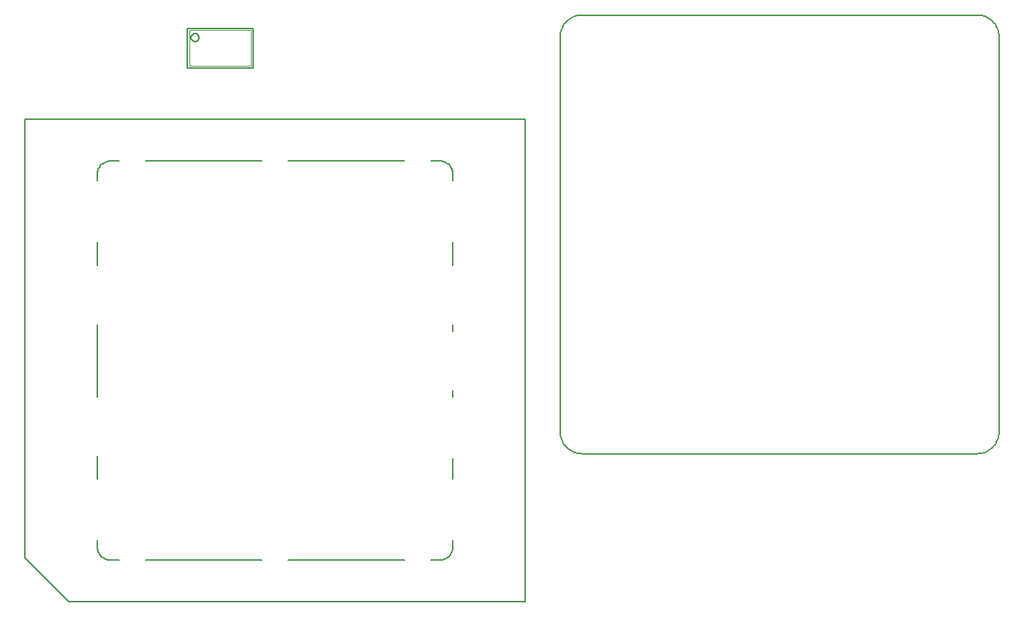
<source format=gbo>
G75*
G70*
%OFA0B0*%
%FSLAX24Y24*%
%IPPOS*%
%LPD*%
%AMOC8*
5,1,8,0,0,1.08239X$1,22.5*
%
%ADD10C,0.0050*%
%ADD11C,0.0060*%
%ADD12C,0.0020*%
D10*
X013201Y007101D02*
X015201Y005101D01*
X036001Y005101D01*
X036001Y027101D01*
X013201Y027101D01*
X013201Y007101D01*
X016501Y007601D02*
X016501Y007901D01*
X016501Y007601D02*
X016503Y007554D01*
X016508Y007507D01*
X016518Y007461D01*
X016530Y007416D01*
X016547Y007371D01*
X016566Y007329D01*
X016589Y007288D01*
X016616Y007248D01*
X016645Y007211D01*
X016677Y007177D01*
X016711Y007145D01*
X016748Y007116D01*
X016788Y007089D01*
X016829Y007066D01*
X016871Y007047D01*
X016916Y007030D01*
X016961Y007018D01*
X017007Y007008D01*
X017054Y007003D01*
X017101Y007001D01*
X017501Y007001D01*
X018701Y007001D02*
X024001Y007001D01*
X025201Y007001D02*
X030501Y007001D01*
X031701Y007001D02*
X032101Y007001D01*
X032148Y007003D01*
X032195Y007008D01*
X032241Y007018D01*
X032286Y007030D01*
X032331Y007047D01*
X032373Y007066D01*
X032414Y007089D01*
X032454Y007116D01*
X032491Y007145D01*
X032525Y007177D01*
X032557Y007211D01*
X032586Y007248D01*
X032613Y007288D01*
X032636Y007329D01*
X032655Y007371D01*
X032672Y007416D01*
X032684Y007461D01*
X032694Y007507D01*
X032699Y007554D01*
X032701Y007601D01*
X032701Y007901D01*
X032701Y010701D02*
X032701Y011651D01*
X032701Y014451D02*
X032701Y014751D01*
X032701Y017451D02*
X032701Y017751D01*
X032701Y020451D02*
X032701Y021501D01*
X032701Y024301D02*
X032701Y024601D01*
X032699Y024648D01*
X032694Y024695D01*
X032684Y024741D01*
X032672Y024786D01*
X032655Y024831D01*
X032636Y024873D01*
X032613Y024914D01*
X032586Y024954D01*
X032557Y024991D01*
X032525Y025025D01*
X032491Y025057D01*
X032454Y025086D01*
X032414Y025113D01*
X032373Y025136D01*
X032331Y025155D01*
X032286Y025172D01*
X032241Y025184D01*
X032195Y025194D01*
X032148Y025199D01*
X032101Y025201D01*
X031701Y025201D01*
X030501Y025201D02*
X025201Y025201D01*
X024001Y025201D02*
X018701Y025201D01*
X017501Y025201D02*
X017101Y025201D01*
X017054Y025199D01*
X017007Y025194D01*
X016961Y025184D01*
X016916Y025172D01*
X016871Y025155D01*
X016829Y025136D01*
X016788Y025113D01*
X016748Y025086D01*
X016711Y025057D01*
X016677Y025025D01*
X016645Y024991D01*
X016616Y024954D01*
X016589Y024914D01*
X016566Y024873D01*
X016547Y024831D01*
X016530Y024786D01*
X016518Y024741D01*
X016508Y024695D01*
X016503Y024648D01*
X016501Y024601D01*
X016501Y024301D01*
X016501Y021501D02*
X016501Y020451D01*
X016501Y017751D02*
X016501Y014451D01*
X016501Y011751D02*
X016501Y010701D01*
X037595Y012855D02*
X037595Y030855D01*
X037597Y030915D01*
X037602Y030976D01*
X037611Y031035D01*
X037624Y031094D01*
X037640Y031153D01*
X037660Y031210D01*
X037683Y031265D01*
X037710Y031320D01*
X037739Y031372D01*
X037772Y031423D01*
X037808Y031472D01*
X037846Y031518D01*
X037888Y031562D01*
X037932Y031604D01*
X037978Y031642D01*
X038027Y031678D01*
X038078Y031711D01*
X038130Y031740D01*
X038185Y031767D01*
X038240Y031790D01*
X038297Y031810D01*
X038356Y031826D01*
X038415Y031839D01*
X038474Y031848D01*
X038535Y031853D01*
X038595Y031855D01*
X056595Y031855D01*
X056655Y031853D01*
X056716Y031848D01*
X056775Y031839D01*
X056834Y031826D01*
X056893Y031810D01*
X056950Y031790D01*
X057005Y031767D01*
X057060Y031740D01*
X057112Y031711D01*
X057163Y031678D01*
X057212Y031642D01*
X057258Y031604D01*
X057302Y031562D01*
X057344Y031518D01*
X057382Y031472D01*
X057418Y031423D01*
X057451Y031372D01*
X057480Y031320D01*
X057507Y031265D01*
X057530Y031210D01*
X057550Y031153D01*
X057566Y031094D01*
X057579Y031035D01*
X057588Y030976D01*
X057593Y030915D01*
X057595Y030855D01*
X057595Y012855D01*
X057593Y012795D01*
X057588Y012734D01*
X057579Y012675D01*
X057566Y012616D01*
X057550Y012557D01*
X057530Y012500D01*
X057507Y012445D01*
X057480Y012390D01*
X057451Y012338D01*
X057418Y012287D01*
X057382Y012238D01*
X057344Y012192D01*
X057302Y012148D01*
X057258Y012106D01*
X057212Y012068D01*
X057163Y012032D01*
X057112Y011999D01*
X057060Y011970D01*
X057005Y011943D01*
X056950Y011920D01*
X056893Y011900D01*
X056834Y011884D01*
X056775Y011871D01*
X056716Y011862D01*
X056655Y011857D01*
X056595Y011855D01*
X038595Y011855D01*
X038535Y011857D01*
X038474Y011862D01*
X038415Y011871D01*
X038356Y011884D01*
X038297Y011900D01*
X038240Y011920D01*
X038185Y011943D01*
X038130Y011970D01*
X038078Y011999D01*
X038027Y012032D01*
X037978Y012068D01*
X037932Y012106D01*
X037888Y012148D01*
X037846Y012192D01*
X037808Y012238D01*
X037772Y012287D01*
X037739Y012338D01*
X037710Y012390D01*
X037683Y012445D01*
X037660Y012500D01*
X037640Y012557D01*
X037624Y012616D01*
X037611Y012675D01*
X037602Y012734D01*
X037597Y012795D01*
X037595Y012855D01*
D11*
X023603Y029452D02*
X020599Y029452D01*
X020599Y031250D01*
X023603Y031250D01*
X023603Y029452D01*
X020769Y030831D02*
X020771Y030857D01*
X020777Y030883D01*
X020786Y030907D01*
X020799Y030930D01*
X020815Y030951D01*
X020834Y030969D01*
X020855Y030985D01*
X020879Y030997D01*
X020903Y031005D01*
X020929Y031010D01*
X020956Y031011D01*
X020982Y031008D01*
X021007Y031001D01*
X021031Y030991D01*
X021054Y030977D01*
X021074Y030961D01*
X021091Y030941D01*
X021106Y030919D01*
X021117Y030895D01*
X021125Y030870D01*
X021129Y030844D01*
X021129Y030818D01*
X021125Y030792D01*
X021117Y030767D01*
X021106Y030743D01*
X021091Y030721D01*
X021074Y030701D01*
X021054Y030685D01*
X021031Y030671D01*
X021007Y030661D01*
X020982Y030654D01*
X020956Y030651D01*
X020929Y030652D01*
X020903Y030657D01*
X020879Y030665D01*
X020855Y030677D01*
X020834Y030693D01*
X020815Y030711D01*
X020799Y030732D01*
X020786Y030755D01*
X020777Y030779D01*
X020771Y030805D01*
X020769Y030831D01*
D12*
X020689Y031160D02*
X020689Y029542D01*
X023513Y029542D01*
X023513Y031160D01*
X020689Y031160D01*
M02*

</source>
